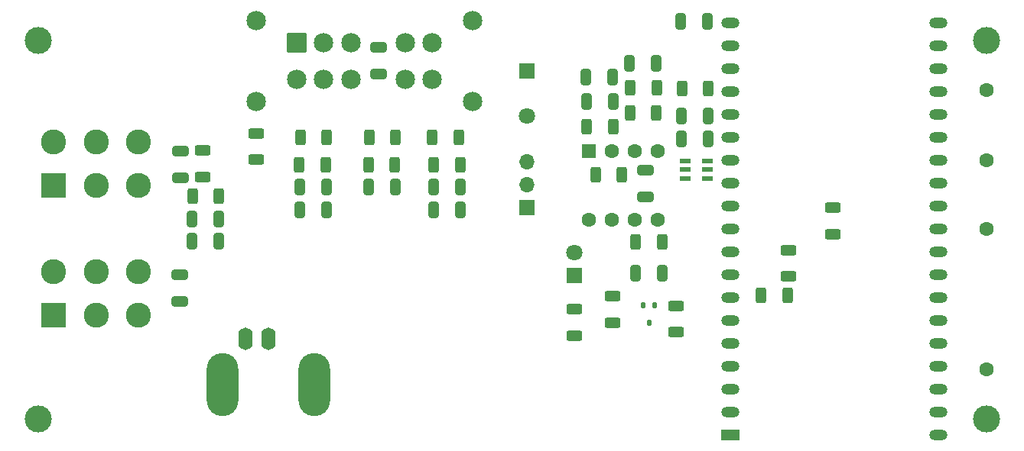
<source format=gbr>
%TF.GenerationSoftware,KiCad,Pcbnew,9.0.1*%
%TF.CreationDate,2025-04-07T11:22:38-03:00*%
%TF.ProjectId,Proyecto integrador 1.1,50726f79-6563-4746-9f20-696e74656772,rev?*%
%TF.SameCoordinates,Original*%
%TF.FileFunction,Soldermask,Top*%
%TF.FilePolarity,Negative*%
%FSLAX46Y46*%
G04 Gerber Fmt 4.6, Leading zero omitted, Abs format (unit mm)*
G04 Created by KiCad (PCBNEW 9.0.1) date 2025-04-07 11:22:38*
%MOMM*%
%LPD*%
G01*
G04 APERTURE LIST*
G04 Aperture macros list*
%AMRoundRect*
0 Rectangle with rounded corners*
0 $1 Rounding radius*
0 $2 $3 $4 $5 $6 $7 $8 $9 X,Y pos of 4 corners*
0 Add a 4 corners polygon primitive as box body*
4,1,4,$2,$3,$4,$5,$6,$7,$8,$9,$2,$3,0*
0 Add four circle primitives for the rounded corners*
1,1,$1+$1,$2,$3*
1,1,$1+$1,$4,$5*
1,1,$1+$1,$6,$7*
1,1,$1+$1,$8,$9*
0 Add four rect primitives between the rounded corners*
20,1,$1+$1,$2,$3,$4,$5,0*
20,1,$1+$1,$4,$5,$6,$7,0*
20,1,$1+$1,$6,$7,$8,$9,0*
20,1,$1+$1,$8,$9,$2,$3,0*%
G04 Aperture macros list end*
%ADD10RoundRect,0.250000X0.312500X0.625000X-0.312500X0.625000X-0.312500X-0.625000X0.312500X-0.625000X0*%
%ADD11RoundRect,0.250000X0.625000X-0.312500X0.625000X0.312500X-0.625000X0.312500X-0.625000X-0.312500X0*%
%ADD12RoundRect,0.250000X-0.650000X0.325000X-0.650000X-0.325000X0.650000X-0.325000X0.650000X0.325000X0*%
%ADD13RoundRect,0.250000X-0.312500X-0.625000X0.312500X-0.625000X0.312500X0.625000X-0.312500X0.625000X0*%
%ADD14C,3.000000*%
%ADD15RoundRect,0.250000X-0.625000X0.312500X-0.625000X-0.312500X0.625000X-0.312500X0.625000X0.312500X0*%
%ADD16RoundRect,0.250000X0.325000X0.650000X-0.325000X0.650000X-0.325000X-0.650000X0.325000X-0.650000X0*%
%ADD17RoundRect,0.112500X0.112500X0.237500X-0.112500X0.237500X-0.112500X-0.237500X0.112500X-0.237500X0*%
%ADD18RoundRect,0.250000X-0.325000X-0.650000X0.325000X-0.650000X0.325000X0.650000X-0.325000X0.650000X0*%
%ADD19RoundRect,0.250000X0.650000X-0.325000X0.650000X0.325000X-0.650000X0.325000X-0.650000X-0.325000X0*%
%ADD20R,1.200000X0.600000*%
%ADD21R,1.700000X1.700000*%
%ADD22O,1.700000X1.700000*%
%ADD23O,1.600000X2.500000*%
%ADD24O,3.500000X7.000000*%
%ADD25R,1.800000X1.800000*%
%ADD26C,1.800000*%
%ADD27RoundRect,0.102000X-0.975000X-0.975000X0.975000X-0.975000X0.975000X0.975000X-0.975000X0.975000X0*%
%ADD28C,2.154000*%
%ADD29RoundRect,0.250000X-0.550000X0.550000X-0.550000X-0.550000X0.550000X-0.550000X0.550000X0.550000X0*%
%ADD30C,1.600000*%
%ADD31R,2.775000X2.775000*%
%ADD32C,2.775000*%
%ADD33R,2.000000X1.200000*%
%ADD34O,2.000000X1.200000*%
G04 APERTURE END LIST*
D10*
%TO.C,R4*%
X126987500Y-79760000D03*
X124062500Y-79760000D03*
%TD*%
D11*
%TO.C,R18*%
X178075000Y-95137500D03*
X178075000Y-92212500D03*
%TD*%
D10*
%TO.C,R7*%
X134525000Y-82760000D03*
X131600000Y-82760000D03*
%TD*%
D12*
%TO.C,C15*%
X162225000Y-83385000D03*
X162225000Y-86335000D03*
%TD*%
D13*
%TO.C,R19*%
X161187500Y-91335000D03*
X164112500Y-91335000D03*
%TD*%
D14*
%TO.C,H3*%
X200000000Y-69000000D03*
%TD*%
D15*
%TO.C,R1*%
X113270000Y-81200000D03*
X113270000Y-84125000D03*
%TD*%
D13*
%TO.C,R12*%
X160575000Y-74250000D03*
X163500000Y-74250000D03*
%TD*%
D14*
%TO.C,H2*%
X95000000Y-111000000D03*
%TD*%
D16*
%TO.C,C6*%
X126937500Y-85260000D03*
X123987500Y-85260000D03*
%TD*%
D11*
%TO.C,R20*%
X165650000Y-101335000D03*
X165650000Y-98410000D03*
%TD*%
D17*
%TO.C,D1*%
X163300000Y-98335000D03*
X162000000Y-98335000D03*
X162650000Y-100335000D03*
%TD*%
D12*
%TO.C,C5*%
X132750000Y-69775000D03*
X132750000Y-72725000D03*
%TD*%
D18*
%TO.C,C10*%
X138825000Y-87760000D03*
X141775000Y-87760000D03*
%TD*%
D13*
%TO.C,R8*%
X138650000Y-79760000D03*
X141575000Y-79760000D03*
%TD*%
D11*
%TO.C,R21*%
X158650000Y-100260000D03*
X158650000Y-97335000D03*
%TD*%
D18*
%TO.C,C17*%
X166275000Y-79870000D03*
X169225000Y-79870000D03*
%TD*%
D15*
%TO.C,R22*%
X154400000Y-98797500D03*
X154400000Y-101722500D03*
%TD*%
D18*
%TO.C,C19*%
X161175000Y-94835000D03*
X164125000Y-94835000D03*
%TD*%
D16*
%TO.C,C8*%
X134600000Y-85260000D03*
X131650000Y-85260000D03*
%TD*%
D19*
%TO.C,C1*%
X110690000Y-97950000D03*
X110690000Y-95000000D03*
%TD*%
D10*
%TO.C,R2*%
X115025000Y-86250000D03*
X112100000Y-86250000D03*
%TD*%
%TO.C,R5*%
X126862500Y-82760000D03*
X123937500Y-82760000D03*
%TD*%
%TO.C,R17*%
X178000000Y-97250000D03*
X175075000Y-97250000D03*
%TD*%
D15*
%TO.C,R3*%
X119150000Y-79260000D03*
X119150000Y-82185000D03*
%TD*%
D14*
%TO.C,H1*%
X95000000Y-69000000D03*
%TD*%
D16*
%TO.C,C7*%
X126937500Y-87760000D03*
X123987500Y-87760000D03*
%TD*%
D10*
%TO.C,R6*%
X134612500Y-79760000D03*
X131687500Y-79760000D03*
%TD*%
D14*
%TO.C,H4*%
X200000000Y-111000000D03*
%TD*%
D13*
%TO.C,R9*%
X138825000Y-82760000D03*
X141750000Y-82760000D03*
%TD*%
%TO.C,R13*%
X166300000Y-74300000D03*
X169225000Y-74300000D03*
%TD*%
%TO.C,R10*%
X155737500Y-78530000D03*
X158662500Y-78530000D03*
%TD*%
D18*
%TO.C,C9*%
X138825000Y-85260000D03*
X141775000Y-85260000D03*
%TD*%
D16*
%TO.C,C12*%
X158660000Y-75750000D03*
X155710000Y-75750000D03*
%TD*%
%TO.C,C3*%
X115000000Y-88750000D03*
X112050000Y-88750000D03*
%TD*%
D15*
%TO.C,R16*%
X183000000Y-87537500D03*
X183000000Y-90462500D03*
%TD*%
D20*
%TO.C,IC1*%
X166650000Y-82370000D03*
X166650000Y-83320000D03*
X166650000Y-84270000D03*
X169150000Y-84270000D03*
X169150000Y-83320000D03*
X169150000Y-82370000D03*
%TD*%
D16*
%TO.C,C4*%
X115000000Y-91250000D03*
X112050000Y-91250000D03*
%TD*%
%TO.C,C23*%
X169125000Y-66835000D03*
X166175000Y-66835000D03*
%TD*%
D18*
%TO.C,C18*%
X166225000Y-77370000D03*
X169175000Y-77370000D03*
%TD*%
D10*
%TO.C,R14*%
X159650000Y-83835000D03*
X156725000Y-83835000D03*
%TD*%
D16*
%TO.C,C14*%
X163450000Y-71500000D03*
X160500000Y-71500000D03*
%TD*%
D13*
%TO.C,R11*%
X160537500Y-77000000D03*
X163462500Y-77000000D03*
%TD*%
D16*
%TO.C,C13*%
X158640000Y-73000000D03*
X155690000Y-73000000D03*
%TD*%
D19*
%TO.C,C2*%
X110770000Y-84200000D03*
X110770000Y-81250000D03*
%TD*%
D21*
%TO.C,J2*%
X149100000Y-87475000D03*
D22*
X149100000Y-84935000D03*
X149100000Y-82395000D03*
%TD*%
D23*
%TO.C,J1*%
X120500000Y-102100000D03*
D24*
X115420000Y-107180000D03*
D23*
X117960000Y-102100000D03*
D24*
X125580000Y-107180000D03*
%TD*%
D25*
%TO.C,C11*%
X149150000Y-72335000D03*
D26*
X149150000Y-77335000D03*
%TD*%
D27*
%TO.C,S3*%
X123650000Y-69260000D03*
D28*
X126650000Y-69260000D03*
X129650000Y-69260000D03*
X135650000Y-69260000D03*
X138650000Y-69260000D03*
X123650000Y-73260000D03*
X126650000Y-73260000D03*
X129650000Y-73260000D03*
X135650000Y-73260000D03*
X138650000Y-73260000D03*
X119150000Y-75760000D03*
X119150000Y-66760000D03*
X143150000Y-75760000D03*
X143150000Y-66760000D03*
%TD*%
D29*
%TO.C,U1*%
X156030000Y-81215000D03*
D30*
X158570000Y-81215000D03*
X161110000Y-81215000D03*
X163650000Y-81215000D03*
X163650000Y-88835000D03*
X161110000Y-88835000D03*
X158570000Y-88835000D03*
X156030000Y-88835000D03*
%TD*%
D31*
%TO.C,S2*%
X96740000Y-85090000D03*
D32*
X101440000Y-85090000D03*
X106140000Y-85090000D03*
X96740000Y-80260000D03*
X101440000Y-80260000D03*
X106140000Y-80260000D03*
%TD*%
D33*
%TO.C,U4*%
X171650000Y-112730000D03*
D34*
X171650000Y-110190000D03*
X171650000Y-107650000D03*
X171650000Y-105110000D03*
X171650000Y-102570000D03*
X171650000Y-100030000D03*
X171650000Y-97490000D03*
X171650000Y-94950000D03*
X171650000Y-92410000D03*
X171650000Y-89870000D03*
X171650000Y-87330000D03*
X171650000Y-84790000D03*
X171650000Y-82250000D03*
X171650000Y-79710000D03*
X171650000Y-77170000D03*
X171650000Y-74630000D03*
X171650000Y-72090000D03*
X171650000Y-69550000D03*
X171650000Y-67010000D03*
X194646320Y-67012720D03*
X194646320Y-69552720D03*
X194650000Y-72090000D03*
X194650000Y-74630000D03*
X194650000Y-77170000D03*
X194650000Y-79710000D03*
X194650000Y-82250000D03*
X194650000Y-84790000D03*
X194650000Y-87330000D03*
X194650000Y-89870000D03*
X194650000Y-92410000D03*
X194650000Y-94950000D03*
X194650000Y-97490000D03*
X194650000Y-100030000D03*
X194650000Y-102570000D03*
X194650000Y-105110000D03*
X194650000Y-107650000D03*
X194650000Y-110190000D03*
X194650000Y-112730000D03*
%TD*%
D25*
%TO.C,D2*%
X154400000Y-95072500D03*
D26*
X154400000Y-92532500D03*
%TD*%
D31*
%TO.C,S1*%
X96740000Y-99480000D03*
D32*
X101440000Y-99480000D03*
X106140000Y-99480000D03*
X96740000Y-94650000D03*
X101440000Y-94650000D03*
X106140000Y-94650000D03*
%TD*%
D30*
X200000000Y-74500000D03*
X200000000Y-82250000D03*
X200000000Y-105500000D03*
X200000000Y-89900000D03*
M02*

</source>
